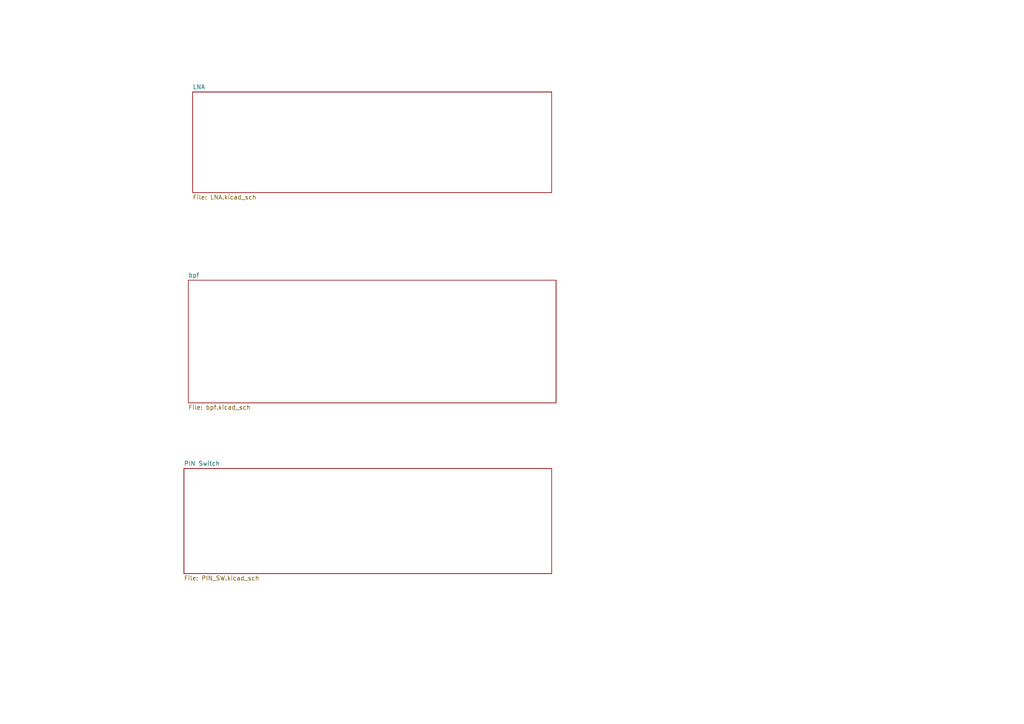
<source format=kicad_sch>
(kicad_sch (version 20211123) (generator eeschema)

  (uuid 1e1b062d-fad0-427c-a622-c5b8a80b5268)

  (paper "A4")

  (lib_symbols
  )


  (sheet (at 55.88 26.67) (size 104.14 29.21) (fields_autoplaced)
    (stroke (width 0.1524) (type solid) (color 0 0 0 0))
    (fill (color 0 0 0 0.0000))
    (uuid 90ef6158-65c1-4457-ba89-f5a7394a6be3)
    (property "Sheet name" "LNA" (id 0) (at 55.88 25.9584 0)
      (effects (font (size 1.27 1.27)) (justify left bottom))
    )
    (property "Sheet file" "LNA.kicad_sch" (id 1) (at 55.88 56.4646 0)
      (effects (font (size 1.27 1.27)) (justify left top))
    )
  )

  (sheet (at 53.34 135.89) (size 106.68 30.48) (fields_autoplaced)
    (stroke (width 0.1524) (type solid) (color 0 0 0 0))
    (fill (color 0 0 0 0.0000))
    (uuid b3031e3f-415e-4b5b-a1bc-6773b71af3ea)
    (property "Sheet name" "PIN Switch" (id 0) (at 53.34 135.1784 0)
      (effects (font (size 1.27 1.27)) (justify left bottom))
    )
    (property "Sheet file" "PIN_SW.kicad_sch" (id 1) (at 53.34 166.9546 0)
      (effects (font (size 1.27 1.27)) (justify left top))
    )
  )

  (sheet (at 54.61 81.28) (size 106.68 35.56) (fields_autoplaced)
    (stroke (width 0.1524) (type solid) (color 0 0 0 0))
    (fill (color 0 0 0 0.0000))
    (uuid be0f6ff5-89d1-4987-92dc-0284b6ca8ea9)
    (property "Sheet name" "bpf" (id 0) (at 54.61 80.5684 0)
      (effects (font (size 1.27 1.27)) (justify left bottom))
    )
    (property "Sheet file" "bpf.kicad_sch" (id 1) (at 54.61 117.4246 0)
      (effects (font (size 1.27 1.27)) (justify left top))
    )
  )

  (sheet_instances
    (path "/" (page "1"))
    (path "/b3031e3f-415e-4b5b-a1bc-6773b71af3ea" (page "3"))
    (path "/90ef6158-65c1-4457-ba89-f5a7394a6be3" (page "3"))
    (path "/be0f6ff5-89d1-4987-92dc-0284b6ca8ea9" (page "4"))
  )

  (symbol_instances
    (path "/b3031e3f-415e-4b5b-a1bc-6773b71af3ea/4c3eaa6f-e576-4ffe-803c-2f66b215ec93"
      (reference "#FLG0101") (unit 1) (value "PWR_FLAG") (footprint "")
    )
    (path "/b3031e3f-415e-4b5b-a1bc-6773b71af3ea/08c1fb72-ba92-43e2-933f-54b2ccaec2b5"
      (reference "#FLG0102") (unit 1) (value "PWR_FLAG") (footprint "")
    )
    (path "/b3031e3f-415e-4b5b-a1bc-6773b71af3ea/4fec9838-8fc0-4f73-a21b-04efafcb4b97"
      (reference "#PWR0401") (unit 1) (value "GND") (footprint "")
    )
    (path "/b3031e3f-415e-4b5b-a1bc-6773b71af3ea/7969ee29-4799-4f1f-a42e-76e9c287d2a5"
      (reference "#PWR0402") (unit 1) (value "GND") (footprint "")
    )
    (path "/b3031e3f-415e-4b5b-a1bc-6773b71af3ea/4ac7cdb9-31ef-4441-b8ad-b7fa226aadb1"
      (reference "#PWR0403") (unit 1) (value "GND") (footprint "")
    )
    (path "/b3031e3f-415e-4b5b-a1bc-6773b71af3ea/d2010ea1-dffa-471a-9df4-35405fed84a2"
      (reference "#PWR0404") (unit 1) (value "GND") (footprint "")
    )
    (path "/b3031e3f-415e-4b5b-a1bc-6773b71af3ea/53d97fc1-e5e0-49e4-b136-d752f7560f2f"
      (reference "#PWR0405") (unit 1) (value "GND") (footprint "")
    )
    (path "/b3031e3f-415e-4b5b-a1bc-6773b71af3ea/0cd78f5c-39ed-41b9-a7a5-fb336ad32627"
      (reference "#PWR0406") (unit 1) (value "GND") (footprint "")
    )
    (path "/b3031e3f-415e-4b5b-a1bc-6773b71af3ea/7d017463-096c-4805-b6ba-46c14f142640"
      (reference "#PWR0407") (unit 1) (value "GND") (footprint "")
    )
    (path "/b3031e3f-415e-4b5b-a1bc-6773b71af3ea/a5fcd805-3cf3-40e5-88cc-3f3aee4141dc"
      (reference "#PWR0408") (unit 1) (value "+5V") (footprint "")
    )
    (path "/b3031e3f-415e-4b5b-a1bc-6773b71af3ea/3681a42d-e92d-4b54-9a54-647d4e14b6c6"
      (reference "#PWR0409") (unit 1) (value "+12V") (footprint "")
    )
    (path "/b3031e3f-415e-4b5b-a1bc-6773b71af3ea/3a09a97d-9bb6-4029-abbb-f54f56d8d586"
      (reference "#PWR0410") (unit 1) (value "GND") (footprint "")
    )
    (path "/b3031e3f-415e-4b5b-a1bc-6773b71af3ea/bac629b3-39b6-43aa-bae6-b104dc9e3cd5"
      (reference "#PWR0411") (unit 1) (value "GND") (footprint "")
    )
    (path "/b3031e3f-415e-4b5b-a1bc-6773b71af3ea/69b27c46-30bd-4936-8b76-b5f17de9f16c"
      (reference "#PWR0412") (unit 1) (value "+3.3V") (footprint "")
    )
    (path "/b3031e3f-415e-4b5b-a1bc-6773b71af3ea/553dc39d-05cf-404a-8bd9-de8410794297"
      (reference "#PWR0413") (unit 1) (value "GND") (footprint "")
    )
    (path "/b3031e3f-415e-4b5b-a1bc-6773b71af3ea/c7b96602-605d-4d14-ae01-3155e4d347e4"
      (reference "#PWR0414") (unit 1) (value "GND") (footprint "")
    )
    (path "/90ef6158-65c1-4457-ba89-f5a7394a6be3/69033fbc-797a-4ce4-9ce6-90866179a7e3"
      (reference "#PWR0415") (unit 1) (value "GND") (footprint "")
    )
    (path "/90ef6158-65c1-4457-ba89-f5a7394a6be3/4384aeef-a6b9-466b-97c7-12cdbede1029"
      (reference "#PWR0416") (unit 1) (value "GND") (footprint "")
    )
    (path "/90ef6158-65c1-4457-ba89-f5a7394a6be3/fed1fbad-91c5-408f-beac-c1099105cd53"
      (reference "#PWR0417") (unit 1) (value "GND") (footprint "")
    )
    (path "/90ef6158-65c1-4457-ba89-f5a7394a6be3/076cccb7-8868-4501-85fd-61176334dbbe"
      (reference "#PWR0418") (unit 1) (value "GND") (footprint "")
    )
    (path "/90ef6158-65c1-4457-ba89-f5a7394a6be3/feb00782-9f1c-491a-94dd-890b76017871"
      (reference "#PWR0419") (unit 1) (value "GND") (footprint "")
    )
    (path "/90ef6158-65c1-4457-ba89-f5a7394a6be3/beadb26d-5d17-4a15-a38c-dc37773bbb03"
      (reference "#PWR0420") (unit 1) (value "+5V") (footprint "")
    )
    (path "/90ef6158-65c1-4457-ba89-f5a7394a6be3/f482a6a7-ff48-4e0b-a14a-780923c05251"
      (reference "#PWR0421") (unit 1) (value "GND") (footprint "")
    )
    (path "/90ef6158-65c1-4457-ba89-f5a7394a6be3/86804c81-2a06-4006-a41f-4ed69007dfeb"
      (reference "#PWR0422") (unit 1) (value "GND") (footprint "")
    )
    (path "/be0f6ff5-89d1-4987-92dc-0284b6ca8ea9/1f10bb70-1834-4183-b3fb-0196c9abb9a8"
      (reference "#PWR0423") (unit 1) (value "GND") (footprint "")
    )
    (path "/b3031e3f-415e-4b5b-a1bc-6773b71af3ea/ce620813-d551-4729-ae00-d998495f18f7"
      (reference "C401") (unit 1) (value "1n0") (footprint "Capacitor_SMD:C_0805_2012Metric")
    )
    (path "/b3031e3f-415e-4b5b-a1bc-6773b71af3ea/cac538b8-61d9-4be1-983f-cdae86677cd5"
      (reference "C402") (unit 1) (value "1n0") (footprint "Capacitor_SMD:C_0805_2012Metric")
    )
    (path "/b3031e3f-415e-4b5b-a1bc-6773b71af3ea/24daaac3-5dd5-4400-b886-c03cfb806a4f"
      (reference "C403") (unit 1) (value "1n0") (footprint "Capacitor_SMD:C_0805_2012Metric")
    )
    (path "/b3031e3f-415e-4b5b-a1bc-6773b71af3ea/4fe8d429-01d7-4800-8fce-100f3ca97655"
      (reference "C404") (unit 1) (value "1n0") (footprint "Capacitor_SMD:C_0805_2012Metric")
    )
    (path "/b3031e3f-415e-4b5b-a1bc-6773b71af3ea/00fbfa76-bf9c-4ba1-ad34-d52ba56fa04a"
      (reference "C405") (unit 1) (value "100p") (footprint "Capacitor_SMD:C_0805_2012Metric_Pad1.18x1.45mm_HandSolder")
    )
    (path "/b3031e3f-415e-4b5b-a1bc-6773b71af3ea/f4efa9f5-2ba6-4602-9dee-0f005b28ca37"
      (reference "C406") (unit 1) (value "100p") (footprint "Capacitor_SMD:C_0805_2012Metric_Pad1.18x1.45mm_HandSolder")
    )
    (path "/b3031e3f-415e-4b5b-a1bc-6773b71af3ea/81cdb2d4-7d61-4af6-a886-9ed996be7a26"
      (reference "C407") (unit 1) (value "100p") (footprint "Capacitor_SMD:C_0805_2012Metric_Pad1.18x1.45mm_HandSolder")
    )
    (path "/b3031e3f-415e-4b5b-a1bc-6773b71af3ea/12fca2c0-e39c-4d97-884f-b19964d2133a"
      (reference "C408") (unit 1) (value "100p") (footprint "Capacitor_SMD:C_0805_2012Metric_Pad1.18x1.45mm_HandSolder")
    )
    (path "/b3031e3f-415e-4b5b-a1bc-6773b71af3ea/f60e89a2-efa3-4f92-a192-cf86c813eab7"
      (reference "C409") (unit 1) (value "100n") (footprint "Capacitor_SMD:C_0805_2012Metric_Pad1.18x1.45mm_HandSolder")
    )
    (path "/b3031e3f-415e-4b5b-a1bc-6773b71af3ea/def4713e-f02b-49b2-8808-5569536f4eb6"
      (reference "C410") (unit 1) (value "1n0") (footprint "Capacitor_SMD:C_0805_2012Metric")
    )
    (path "/b3031e3f-415e-4b5b-a1bc-6773b71af3ea/e0e097bf-389c-4741-90e0-71705e5fff86"
      (reference "C411") (unit 1) (value "100n") (footprint "Capacitor_SMD:C_0805_2012Metric_Pad1.18x1.45mm_HandSolder")
    )
    (path "/b3031e3f-415e-4b5b-a1bc-6773b71af3ea/2f513496-0da5-460d-9b65-76c049916c84"
      (reference "C412") (unit 1) (value "1n0") (footprint "Capacitor_SMD:C_0805_2012Metric")
    )
    (path "/90ef6158-65c1-4457-ba89-f5a7394a6be3/92907dd4-fe5c-4384-a490-83c3bba50f12"
      (reference "C413") (unit 1) (value "1n0") (footprint "Capacitor_SMD:C_0805_2012Metric_Pad1.18x1.45mm_HandSolder")
    )
    (path "/90ef6158-65c1-4457-ba89-f5a7394a6be3/580914aa-ded3-44e5-b1cf-920b0f2c75c6"
      (reference "C414") (unit 1) (value "1n0") (footprint "Capacitor_SMD:C_0805_2012Metric_Pad1.18x1.45mm_HandSolder")
    )
    (path "/90ef6158-65c1-4457-ba89-f5a7394a6be3/81b032eb-99b4-4ed7-b9e6-73ff229fad18"
      (reference "C415") (unit 1) (value "1n0") (footprint "Capacitor_SMD:C_0805_2012Metric")
    )
    (path "/90ef6158-65c1-4457-ba89-f5a7394a6be3/728798fa-9d6f-4377-acf9-c914beeba9dd"
      (reference "C416") (unit 1) (value "8.2pF") (footprint "Capacitor_SMD:C_0805_2012Metric")
    )
    (path "/90ef6158-65c1-4457-ba89-f5a7394a6be3/e0ce33dd-abc9-430c-b7bc-d293eef27e3e"
      (reference "C417") (unit 1) (value "4.7pF") (footprint "Capacitor_SMD:C_0805_2012Metric")
    )
    (path "/90ef6158-65c1-4457-ba89-f5a7394a6be3/4e90804a-2aa9-4a6b-8eb6-c8d8905473fe"
      (reference "C418") (unit 1) (value "4.7pF") (footprint "Capacitor_SMD:C_0805_2012Metric")
    )
    (path "/90ef6158-65c1-4457-ba89-f5a7394a6be3/58d59f63-c870-43d8-892c-99ee8ed5b9d8"
      (reference "C419") (unit 1) (value "8.2pF") (footprint "Capacitor_SMD:C_0805_2012Metric")
    )
    (path "/90ef6158-65c1-4457-ba89-f5a7394a6be3/c01f4cb7-2dc2-4405-8414-68c8d75e154b"
      (reference "C420") (unit 1) (value "1nF") (footprint "Capacitor_SMD:C_0805_2012Metric")
    )
    (path "/90ef6158-65c1-4457-ba89-f5a7394a6be3/f195ffce-ec97-4eab-b40a-4a534a289884"
      (reference "C421") (unit 1) (value "1n0") (footprint "Capacitor_SMD:C_0805_2012Metric")
    )
    (path "/90ef6158-65c1-4457-ba89-f5a7394a6be3/a6dcf3c6-4117-478a-943a-edb8288bfacb"
      (reference "C422") (unit 1) (value "1n0") (footprint "Capacitor_SMD:C_0805_2012Metric_Pad1.18x1.45mm_HandSolder")
    )
    (path "/90ef6158-65c1-4457-ba89-f5a7394a6be3/ce3ea810-844d-4c98-ad5c-fe628191e4a6"
      (reference "C423") (unit 1) (value "1n0") (footprint "Capacitor_SMD:C_0805_2012Metric_Pad1.18x1.45mm_HandSolder")
    )
    (path "/90ef6158-65c1-4457-ba89-f5a7394a6be3/390ef2c4-cec1-4e0a-94f8-f4439182a0a0"
      (reference "C424") (unit 1) (value "1n0") (footprint "Capacitor_SMD:C_0805_2012Metric_Pad1.18x1.45mm_HandSolder")
    )
    (path "/be0f6ff5-89d1-4987-92dc-0284b6ca8ea9/a0499ff8-f595-4444-91e9-76b38d7eaa6d"
      (reference "C425") (unit 1) (value "11p") (footprint "Capacitor_SMD:C_0603_1608Metric_Pad1.08x0.95mm_HandSolder")
    )
    (path "/be0f6ff5-89d1-4987-92dc-0284b6ca8ea9/e4edc870-6e07-4e08-8504-e12139bfeeca"
      (reference "C426") (unit 1) (value "9p1") (footprint "Capacitor_SMD:C_0603_1608Metric_Pad1.08x0.95mm_HandSolder")
    )
    (path "/be0f6ff5-89d1-4987-92dc-0284b6ca8ea9/01215928-1489-4817-b6fd-6466a275b244"
      (reference "C427") (unit 1) (value "8p2") (footprint "Capacitor_SMD:C_0603_1608Metric_Pad1.08x0.95mm_HandSolder")
    )
    (path "/be0f6ff5-89d1-4987-92dc-0284b6ca8ea9/d41a7d23-cf64-4b15-84d9-b9ca5e9fdde7"
      (reference "C428") (unit 1) (value "18p") (footprint "Capacitor_SMD:C_0603_1608Metric_Pad1.08x0.95mm_HandSolder")
    )
    (path "/be0f6ff5-89d1-4987-92dc-0284b6ca8ea9/567a7c71-2bbd-461d-b0f2-7b3074a976dd"
      (reference "C429") (unit 1) (value "5-22pF") (footprint "G4CDF:TrimCap")
    )
    (path "/be0f6ff5-89d1-4987-92dc-0284b6ca8ea9/209b1cce-f375-4d0b-ab4d-ee4f3552f01f"
      (reference "C430") (unit 1) (value "4p7") (footprint "Capacitor_SMD:C_0603_1608Metric_Pad1.08x0.95mm_HandSolder")
    )
    (path "/be0f6ff5-89d1-4987-92dc-0284b6ca8ea9/da80bdde-3a3d-4056-8749-aacf20316e49"
      (reference "C431") (unit 1) (value "0p5") (footprint "Capacitor_SMD:C_0603_1608Metric_Pad1.08x0.95mm_HandSolder")
    )
    (path "/be0f6ff5-89d1-4987-92dc-0284b6ca8ea9/397da05d-f62f-4a6f-a7e2-b60ed3032215"
      (reference "C432") (unit 1) (value "12p0") (footprint "Capacitor_SMD:C_0603_1608Metric_Pad1.08x0.95mm_HandSolder")
    )
    (path "/be0f6ff5-89d1-4987-92dc-0284b6ca8ea9/fcf378c0-b6dd-47d3-9b91-854fb3ccb1ec"
      (reference "C433") (unit 1) (value "22p0") (footprint "Capacitor_SMD:C_0603_1608Metric_Pad1.08x0.95mm_HandSolder")
    )
    (path "/be0f6ff5-89d1-4987-92dc-0284b6ca8ea9/90b14394-39d3-4b11-b286-b1d958d02c32"
      (reference "C434") (unit 1) (value "5-22pF") (footprint "G4CDF:TrimCap")
    )
    (path "/be0f6ff5-89d1-4987-92dc-0284b6ca8ea9/c6757fd7-aacb-42f3-a5fe-e4873a1ad8fc"
      (reference "C435") (unit 1) (value "1p") (footprint "Capacitor_SMD:C_0603_1608Metric_Pad1.08x0.95mm_HandSolder")
    )
    (path "/be0f6ff5-89d1-4987-92dc-0284b6ca8ea9/8738f7fa-2b33-468a-ab9b-bb3214cfb17a"
      (reference "C436") (unit 1) (value "0p5") (footprint "Capacitor_SMD:C_0603_1608Metric_Pad1.08x0.95mm_HandSolder")
    )
    (path "/be0f6ff5-89d1-4987-92dc-0284b6ca8ea9/fe1b326c-3f79-4b2a-b09f-32da6e82bddf"
      (reference "C437") (unit 1) (value "12p0") (footprint "Capacitor_SMD:C_0603_1608Metric_Pad1.08x0.95mm_HandSolder")
    )
    (path "/be0f6ff5-89d1-4987-92dc-0284b6ca8ea9/9565abf9-3708-4e5a-8824-7156ca87785d"
      (reference "C438") (unit 1) (value "22p0") (footprint "Capacitor_SMD:C_0603_1608Metric_Pad1.08x0.95mm_HandSolder")
    )
    (path "/be0f6ff5-89d1-4987-92dc-0284b6ca8ea9/c2c3df23-deb2-4311-b364-62fea4434a49"
      (reference "C439") (unit 1) (value "5-22pF") (footprint "G4CDF:TrimCap")
    )
    (path "/be0f6ff5-89d1-4987-92dc-0284b6ca8ea9/093f78a2-ca9f-4fd5-8d62-3d10b5b738ff"
      (reference "C440") (unit 1) (value "2p2") (footprint "Capacitor_SMD:C_0603_1608Metric_Pad1.08x0.95mm_HandSolder")
    )
    (path "/be0f6ff5-89d1-4987-92dc-0284b6ca8ea9/ce538d0f-80ac-406a-8aba-c6ff1b8f01a7"
      (reference "C441") (unit 1) (value "0p5") (footprint "Capacitor_SMD:C_0603_1608Metric_Pad1.08x0.95mm_HandSolder")
    )
    (path "/be0f6ff5-89d1-4987-92dc-0284b6ca8ea9/f23a0846-690e-46b5-ab26-78ed2e18f4b9"
      (reference "C442") (unit 1) (value "12p0") (footprint "Capacitor_SMD:C_0603_1608Metric_Pad1.08x0.95mm_HandSolder")
    )
    (path "/be0f6ff5-89d1-4987-92dc-0284b6ca8ea9/782c7fc6-5707-4b81-a07c-1442564a3b58"
      (reference "C443") (unit 1) (value "15p0") (footprint "Capacitor_SMD:C_0603_1608Metric_Pad1.08x0.95mm_HandSolder")
    )
    (path "/be0f6ff5-89d1-4987-92dc-0284b6ca8ea9/af9bbab3-7ca4-4540-906d-3ce6cbd835ff"
      (reference "C444") (unit 1) (value "5-22pF") (footprint "G4CDF:TrimCap")
    )
    (path "/be0f6ff5-89d1-4987-92dc-0284b6ca8ea9/f27f9d46-8a4c-45a9-9fd4-830ac0ccce60"
      (reference "C445") (unit 1) (value "10p") (footprint "Capacitor_SMD:C_0603_1608Metric_Pad1.08x0.95mm_HandSolder")
    )
    (path "/be0f6ff5-89d1-4987-92dc-0284b6ca8ea9/9578d879-369c-4db5-b48c-322ba990182b"
      (reference "C446") (unit 1) (value "3p6") (footprint "Capacitor_SMD:C_0603_1608Metric_Pad1.08x0.95mm_HandSolder")
    )
    (path "/90ef6158-65c1-4457-ba89-f5a7394a6be3/689e91c6-d330-4856-92a9-d930800a0a4e"
      (reference "D401") (unit 1) (value "SMP1330-005LF") (footprint "Package_TO_SOT_SMD:SOT-23")
    )
    (path "/b3031e3f-415e-4b5b-a1bc-6773b71af3ea/1d9bf0eb-4cb4-4316-98f4-e0581ba1b289"
      (reference "J401") (unit 1) (value "Conn_Coaxial") (footprint "Connector_Coaxial:SMA_Samtec_SMA-J-P-X-ST-EM1_EdgeMount")
    )
    (path "/b3031e3f-415e-4b5b-a1bc-6773b71af3ea/ae067728-8d16-4b82-a6f3-653d5bbbcfdc"
      (reference "J402") (unit 1) (value "Conn_Coaxial") (footprint "Connector_Coaxial:SMA_Samtec_SMA-J-P-X-ST-EM1_EdgeMount")
    )
    (path "/b3031e3f-415e-4b5b-a1bc-6773b71af3ea/a4b2daee-8203-4894-80be-f61f7b240d48"
      (reference "J403") (unit 1) (value "Conn_Coaxial") (footprint "Connector_Coaxial:SMA_Samtec_SMA-J-P-X-ST-EM1_EdgeMount")
    )
    (path "/b3031e3f-415e-4b5b-a1bc-6773b71af3ea/18fb3775-02d7-4bbd-8b21-eff9f0c6fdef"
      (reference "J404") (unit 1) (value "Conn_01x06_Male") (footprint "Connector_PinHeader_2.54mm:PinHeader_1x06_P2.54mm_Vertical")
    )
    (path "/b3031e3f-415e-4b5b-a1bc-6773b71af3ea/2c7b7265-bb35-492e-816f-f5118336d1c1"
      (reference "J405") (unit 1) (value "Conn_01x01_Male") (footprint "G4CDF:Board outline 100_100")
    )
    (path "/b3031e3f-415e-4b5b-a1bc-6773b71af3ea/dde2e95b-0227-4fbf-9728-da48338bde28"
      (reference "J406") (unit 1) (value "Conn_Coaxial") (footprint "Connector_Coaxial:SMA_Samtec_SMA-J-P-X-ST-EM1_EdgeMount")
    )
    (path "/90ef6158-65c1-4457-ba89-f5a7394a6be3/92f05c61-eb44-409b-b79b-a6c75430f576"
      (reference "J407") (unit 1) (value "Conn_Coaxial") (footprint "Connector_Coaxial:SMA_Samtec_SMA-J-P-X-ST-EM1_EdgeMount")
    )
    (path "/90ef6158-65c1-4457-ba89-f5a7394a6be3/1c30f851-2fb0-45f3-8fdc-63b3f8d6503e"
      (reference "L401") (unit 1) (value "145nH") (footprint "Inductor_THT:L_Radial_L10.2mm_W10.2mm_Px7.62mm_Py7.62mm_Pulse_LP-30")
    )
    (path "/90ef6158-65c1-4457-ba89-f5a7394a6be3/87c81b9c-37cb-45ba-981a-b54e8769e25e"
      (reference "L402") (unit 1) (value "470nH") (footprint "Inductor_SMD:L_0805_2012Metric_Pad1.05x1.20mm_HandSolder")
    )
    (path "/be0f6ff5-89d1-4987-92dc-0284b6ca8ea9/cdf8cd44-779d-450d-91a8-35bc6b4ed616"
      (reference "L403") (unit 1) (value "54n58") (footprint "G4CDF:Pipe22")
    )
    (path "/be0f6ff5-89d1-4987-92dc-0284b6ca8ea9/277a1bed-4574-4f8d-975e-06f469a0e2aa"
      (reference "L404") (unit 1) (value "54n58") (footprint "G4CDF:Pipe22")
    )
    (path "/be0f6ff5-89d1-4987-92dc-0284b6ca8ea9/8ee9e442-1017-4076-8cc4-f24bdb4f0096"
      (reference "L405") (unit 1) (value "54n58") (footprint "G4CDF:Pipe22")
    )
    (path "/be0f6ff5-89d1-4987-92dc-0284b6ca8ea9/af5a32b5-019b-411c-a7d0-903fcfbc1970"
      (reference "L406") (unit 1) (value "54n58") (footprint "G4CDF:Pipe22")
    )
    (path "/b3031e3f-415e-4b5b-a1bc-6773b71af3ea/484c8467-e0f5-4e2f-9ce8-3a01fc37b045"
      (reference "R401") (unit 1) (value "68R") (footprint "Resistor_SMD:R_0805_2012Metric_Pad1.20x1.40mm_HandSolder")
    )
    (path "/b3031e3f-415e-4b5b-a1bc-6773b71af3ea/7150db9d-4380-4ee4-9010-ccd022f2fe58"
      (reference "R402") (unit 1) (value "68R") (footprint "Resistor_SMD:R_0805_2012Metric_Pad1.20x1.40mm_HandSolder")
    )
    (path "/b3031e3f-415e-4b5b-a1bc-6773b71af3ea/a164c996-17e4-4959-9a33-939729370f90"
      (reference "R403") (unit 1) (value "NF") (footprint "Resistor_SMD:R_0805_2012Metric_Pad1.20x1.40mm_HandSolder")
    )
    (path "/b3031e3f-415e-4b5b-a1bc-6773b71af3ea/501d2f33-fdc7-459a-b6b9-a46f27febcf4"
      (reference "R404") (unit 1) (value "68R") (footprint "Resistor_SMD:R_0805_2012Metric_Pad1.20x1.40mm_HandSolder")
    )
    (path "/b3031e3f-415e-4b5b-a1bc-6773b71af3ea/5a05d295-7dd3-4210-bd1c-00d74b557e74"
      (reference "R405") (unit 1) (value "68R") (footprint "Resistor_SMD:R_0805_2012Metric_Pad1.20x1.40mm_HandSolder")
    )
    (path "/b3031e3f-415e-4b5b-a1bc-6773b71af3ea/31193021-77c0-479b-9405-5629628af049"
      (reference "R406") (unit 1) (value "NF") (footprint "Resistor_SMD:R_0805_2012Metric_Pad1.20x1.40mm_HandSolder")
    )
    (path "/b3031e3f-415e-4b5b-a1bc-6773b71af3ea/a37f9c2b-d677-49b9-9d8c-d8cbc38ce02b"
      (reference "R407") (unit 1) (value "0R") (footprint "Resistor_SMD:R_0805_2012Metric_Pad1.20x1.40mm_HandSolder")
    )
    (path "/b3031e3f-415e-4b5b-a1bc-6773b71af3ea/102b2e53-48dc-41b8-b67d-4c6c00053c54"
      (reference "R408") (unit 1) (value "NF") (footprint "Resistor_SMD:R_0805_2012Metric_Pad1.20x1.40mm_HandSolder")
    )
    (path "/b3031e3f-415e-4b5b-a1bc-6773b71af3ea/d4f7f3b1-0ecb-4ccb-b494-536334ef8eaa"
      (reference "R409") (unit 1) (value "0R") (footprint "Resistor_SMD:R_0805_2012Metric_Pad1.20x1.40mm_HandSolder")
    )
    (path "/b3031e3f-415e-4b5b-a1bc-6773b71af3ea/1b150320-bcf1-4c87-84ca-604aca517799"
      (reference "R410") (unit 1) (value "NF") (footprint "Resistor_SMD:R_0805_2012Metric_Pad1.20x1.40mm_HandSolder")
    )
    (path "/b3031e3f-415e-4b5b-a1bc-6773b71af3ea/06530ec1-c3c5-4cdd-9c83-ac5064f9cd8e"
      (reference "R411") (unit 1) (value "0R") (footprint "Resistor_SMD:R_0805_2012Metric_Pad1.20x1.40mm_HandSolder")
    )
    (path "/90ef6158-65c1-4457-ba89-f5a7394a6be3/f80774fe-4584-4991-ab7e-24a60e77f160"
      (reference "R412") (unit 1) (value "100R") (footprint "Resistor_SMD:R_0805_2012Metric_Pad1.20x1.40mm_HandSolder")
    )
    (path "/90ef6158-65c1-4457-ba89-f5a7394a6be3/15d23cef-93bd-4d70-93ac-5b17cf16c0d0"
      (reference "R413") (unit 1) (value "68R") (footprint "Resistor_SMD:R_0805_2012Metric_Pad1.20x1.40mm_HandSolder")
    )
    (path "/90ef6158-65c1-4457-ba89-f5a7394a6be3/a5942f32-9601-4ac2-8b4e-4e70f0dd6fc0"
      (reference "R414") (unit 1) (value "100R") (footprint "Resistor_SMD:R_0805_2012Metric_Pad1.20x1.40mm_HandSolder")
    )
    (path "/90ef6158-65c1-4457-ba89-f5a7394a6be3/d7eefcf1-4152-42c5-9a13-77a79af31eea"
      (reference "R415") (unit 1) (value "100R") (footprint "Resistor_SMD:R_0805_2012Metric_Pad1.20x1.40mm_HandSolder")
    )
    (path "/90ef6158-65c1-4457-ba89-f5a7394a6be3/b2d96a4c-5e16-4cc9-8201-a123e59684d2"
      (reference "R416") (unit 1) (value "68R") (footprint "Resistor_SMD:R_0805_2012Metric_Pad1.20x1.40mm_HandSolder")
    )
    (path "/90ef6158-65c1-4457-ba89-f5a7394a6be3/8e93778c-9f35-46dc-94f2-2dd1aa508a24"
      (reference "R417") (unit 1) (value "100R") (footprint "Resistor_SMD:R_0805_2012Metric_Pad1.20x1.40mm_HandSolder")
    )
    (path "/b3031e3f-415e-4b5b-a1bc-6773b71af3ea/1c177c3b-c0d6-4d55-a700-0b44db0b6967"
      (reference "U401") (unit 1) (value "AS179-92LF") (footprint "Package_TO_SOT_SMD:SOT-363_SC-70-6")
    )
    (path "/b3031e3f-415e-4b5b-a1bc-6773b71af3ea/edaf969f-353e-44bd-9eea-e5dbfe1f2308"
      (reference "U402") (unit 1) (value "AS179-92LF") (footprint "Package_TO_SOT_SMD:SOT-363_SC-70-6")
    )
    (path "/b3031e3f-415e-4b5b-a1bc-6773b71af3ea/1123e6a7-a30b-4196-a686-bcb5d98b0d05"
      (reference "U403") (unit 1) (value "AMS1117-5.0") (footprint "Package_TO_SOT_SMD:SOT-223-3_TabPin2")
    )
    (path "/b3031e3f-415e-4b5b-a1bc-6773b71af3ea/41c4f264-ae2a-48ea-acde-a2ae189b1414"
      (reference "U404") (unit 1) (value "AS179-92LF") (footprint "Package_TO_SOT_SMD:SOT-363_SC-70-6")
    )
    (path "/b3031e3f-415e-4b5b-a1bc-6773b71af3ea/d787abb9-b30c-47fd-9725-b869997d3538"
      (reference "U405") (unit 1) (value "AMS1117-3.3") (footprint "Package_TO_SOT_SMD:SOT-223-3_TabPin2")
    )
    (path "/b3031e3f-415e-4b5b-a1bc-6773b71af3ea/2bad4e8b-36aa-4a0b-ab67-e9477132d368"
      (reference "U406") (unit 1) (value "PCF8574A") (footprint "Package_SO:SOIC-16W_7.5x10.3mm_P1.27mm")
    )
    (path "/90ef6158-65c1-4457-ba89-f5a7394a6be3/86313e00-e179-4042-b547-8a6d6361d2b0"
      (reference "U407") (unit 1) (value "AS179-92LF") (footprint "Package_TO_SOT_SMD:SOT-363_SC-70-6")
    )
    (path "/90ef6158-65c1-4457-ba89-f5a7394a6be3/01c2ce55-dd18-4441-8dca-221d6287292f"
      (reference "U408") (unit 1) (value "PSA4-5043") (footprint "Package_TO_SOT_SMD:SOT-89-3")
    )
    (path "/90ef6158-65c1-4457-ba89-f5a7394a6be3/77da2cca-802e-41d0-b76d-7e6565304ae6"
      (reference "U409") (unit 1) (value "AS179-92LF") (footprint "Package_TO_SOT_SMD:SOT-363_SC-70-6")
    )
  )
)

</source>
